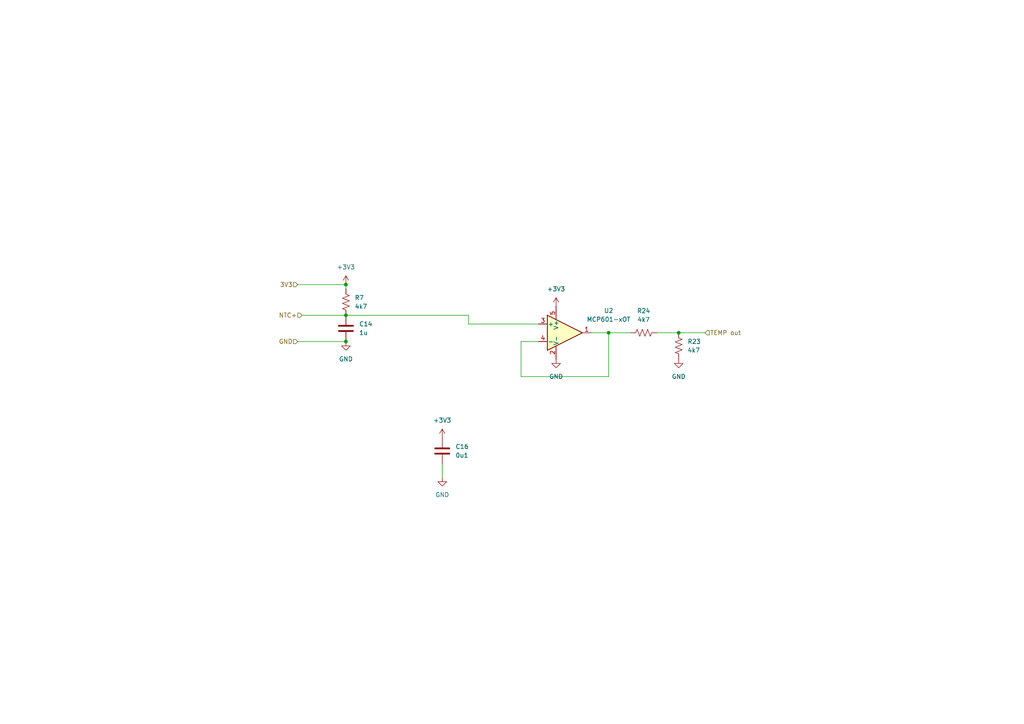
<source format=kicad_sch>
(kicad_sch (version 20250114) (generator "eeschema") (generator_version "9.0")
  (paper "A4")
  (lib_symbols
    (symbol "Amplifier_Operational:MCP601-xOT" (pin_names (offset 0.127))
      (property "Reference" "U" (at -1.27 6.35 0))
      (property "Value" "MCP601-xOT" (at -1.27 3.81 0))
      (symbol "MCP601-xOT_0_1"
        (polyline (pts (xy -5.08 5.08) (xy 5.08 0) (xy -5.08 -5.08) (xy -5.08 5.08)) (stroke (width 0.254)) (fill (type background)))
        (pin power_in line (at -2.54 7.62 270) (length 3.81) (name "V+") (number "5"))
        (pin power_in line (at -2.54 -7.62 90) (length 3.81) (name "V-") (number "2"))
      )
      (symbol "MCP601-xOT_1_1"
        (pin input line (at -7.62 2.54 0) (length 2.54) (name "+") (number "3"))
        (pin input line (at -7.62 -2.54 0) (length 2.54) (name "-") (number "4"))
        (pin output line (at 7.62 0 180) (length 2.54) (name "~") (number "1"))
      )
    )
    (symbol "Device:C" (pin_numbers (hide yes)) (pin_names (offset 0.254))
      (property "Reference" "C" (at 0.635 2.54 0))
      (property "Value" "C" (at 0.635 -2.54 0))
      (symbol "C_0_1"
        (polyline (pts (xy -2.032 0.762) (xy 2.032 0.762)) (stroke (width 0.508)))
        (polyline (pts (xy -2.032 -0.762) (xy 2.032 -0.762)) (stroke (width 0.508)))
      )
      (symbol "C_1_1"
        (pin passive line (at 0 3.81 270) (length 2.794) (name "~") (number "1"))
        (pin passive line (at 0 -3.81 90) (length 2.794) (name "~") (number "2"))
      )
    )
    (symbol "Device:R_US" (pin_numbers (hide yes)) (pin_names (offset 0))
      (property "Reference" "R" (at 2.54 0 90))
      (property "Value" "R_US" (at -2.54 0 90))
      (symbol "R_US_0_1"
        (polyline (pts (xy 0 2.286) (xy 0 2.54)))
        (polyline (pts (xy 0 2.286) (xy 1.016 1.905) (xy 0 1.524) (xy -1.016 1.143) (xy 0 0.762)))
        (polyline (pts (xy 0 0.762) (xy 1.016 0.381) (xy 0 0) (xy -1.016 -0.381) (xy 0 -0.762)))
        (polyline (pts (xy 0 -0.762) (xy 1.016 -1.143) (xy 0 -1.524) (xy -1.016 -1.905) (xy 0 -2.286)))
        (polyline (pts (xy 0 -2.286) (xy 0 -2.54)))
      )
      (symbol "R_US_1_1"
        (pin passive line (at 0 3.81 270) (length 1.27) (name "~") (number "1"))
        (pin passive line (at 0 -3.81 90) (length 1.27) (name "~") (number "2"))
      )
    )
    (symbol "power:+3V3" (power) (pin_numbers (hide yes)) (pin_names (offset 0) (hide yes))
      (property "Value" "+3V3" (at 0 3.556 0))
      (symbol "+3V3_0_1"
        (polyline (pts (xy -0.762 1.27) (xy 0 2.54)))
        (polyline (pts (xy 0 2.54) (xy 0.762 1.27)))
        (polyline (pts (xy 0 0) (xy 0 2.54)))
      )
      (symbol "+3V3_1_1"
        (pin power_in line (at 0 0 90) (length 0) (name "~") (number "1"))
      )
    )
    (symbol "power:GND" (power) (pin_numbers (hide yes)) (pin_names (offset 0) (hide yes))
      (property "Value" "GND" (at 0 -3.81 0))
      (symbol "GND_0_1"
        (polyline (pts (xy 0 0) (xy 0 -1.27) (xy 1.27 -1.27) (xy 0 -2.54) (xy -1.27 -1.27) (xy 0 -1.27)))
      )
      (symbol "GND_1_1"
        (pin power_in line (at 0 0 270) (length 0) (name "~") (number "1"))
      )
    )
  )
  (junction (at 100.33 99.06))
  (junction (at 196.85 96.52))
  (junction (at 100.33 91.44))
  (junction (at 176.53 96.52))
  (junction (at 100.33 82.55))
  (wire (pts (xy 100.33 82.55) (xy 100.33 83.82)))
  (wire (pts (xy 190.5 96.52) (xy 196.85 96.52)))
  (wire (pts (xy 176.53 96.52) (xy 171.45 96.52)))
  (wire (pts (xy 151.13 99.06) (xy 151.13 109.22)))
  (wire (pts (xy 151.13 109.22) (xy 176.53 109.22)))
  (wire (pts (xy 128.27 134.62) (xy 128.27 138.43)))
  (wire (pts (xy 135.89 91.44) (xy 135.89 93.98)))
  (wire (pts (xy 176.53 109.22) (xy 176.53 96.52)))
  (wire (pts (xy 87.63 91.44) (xy 100.33 91.44)))
  (wire (pts (xy 100.33 91.44) (xy 135.89 91.44)))
  (wire (pts (xy 196.85 96.52) (xy 204.47 96.52)))
  (wire (pts (xy 156.21 99.06) (xy 151.13 99.06)))
  (wire (pts (xy 135.89 93.98) (xy 156.21 93.98)))
  (wire (pts (xy 86.36 99.06) (xy 100.33 99.06)))
  (wire (pts (xy 86.36 82.55) (xy 100.33 82.55)))
  (wire (pts (xy 176.53 96.52) (xy 182.88 96.52)))
  (hierarchical_label "GND" (shape input) (at 86.36 99.06 180))
  (hierarchical_label "NTC+" (shape input) (at 87.63 91.44 180))
  (hierarchical_label "TEMP out" (shape input) (at 204.47 96.52 0))
  (hierarchical_label "3V3" (shape input) (at 86.36 82.55 180))
  (symbol (lib_id "power:+3V3") (at 128.27 127 0) (unit 1)
    (property "Reference" "#PWR061" (effects (hide yes)))
    (property "Value" "+3V3" (at 128.27 121.92 0))
    (property "Description" "Power symbol creates a global label with name \"+3V3\"" (effects (hide yes)))
  )
  (symbol (lib_id "Device:R_US") (at 196.85 100.33 0) (unit 1)
    (property "Reference" "R23" (at 199.39 99.0599 0) (effects (justify left)))
    (property "Value" "4k7" (at 199.39 101.5999 0) (effects (justify left)))
    (property "Footprint" "Resistor_SMD:R_0603_1608Metric_Pad0.98x0.95mm_HandSolder" (effects (hide yes)))
    (property "Description" "Resistor, US symbol" (effects (hide yes)))
  )
  (symbol (lib_id "power:+3V3") (at 161.29 88.9 0) (unit 1)
    (property "Reference" "#PWR026" (effects (hide yes)))
    (property "Value" "+3V3" (at 161.29 83.82 0))
    (property "Description" "Power symbol creates a global label with name \"+3V3\"" (effects (hide yes)))
  )
  (symbol (lib_id "Device:R_US") (at 186.69 96.52 90) (unit 1)
    (property "Reference" "R24" (at 186.69 90.17 90))
    (property "Value" "4k7" (at 186.69 92.71 90))
    (property "Footprint" "Resistor_SMD:R_0603_1608Metric_Pad0.98x0.95mm_HandSolder" (effects (hide yes)))
    (property "Description" "Resistor, US symbol" (effects (hide yes)))
  )
  (symbol (lib_id "power:+3V3") (at 100.33 82.55 0) (unit 1)
    (property "Reference" "#PWR025" (effects (hide yes)))
    (property "Value" "+3V3" (at 100.33 77.47 0))
    (property "Description" "Power symbol creates a global label with name \"+3V3\"" (effects (hide yes)))
  )
  (symbol (lib_id "Amplifier_Operational:MCP601-xOT") (at 163.83 96.52 0) (unit 1)
    (property "Reference" "U2" (at 176.53 90.0998 0))
    (property "Value" "MCP601-xOT" (at 176.53 92.6398 0))
    (property "Footprint" "Package_TO_SOT_SMD:SOT-23-5" (effects (hide yes)))
    (property "Datasheet" "http://ww1.microchip.com/downloads/en/DeviceDoc/21314g.pdf" (effects (hide yes)))
    (property "Description" "Single 2.7V to 6.0V Single Supply CMOS Op Amps, SOT-23-5" (effects (hide yes)))
  )
  (symbol (lib_id "power:GND") (at 128.27 138.43 0) (unit 1)
    (property "Reference" "#PWR062" (effects (hide yes)))
    (property "Value" "GND" (at 128.27 143.51 0))
    (property "Description" "Power symbol creates a global label with name \"GND\" , ground" (effects (hide yes)))
  )
  (symbol (lib_id "power:GND") (at 196.85 104.14 0) (unit 1)
    (property "Reference" "#PWR043" (effects (hide yes)))
    (property "Value" "GND" (at 196.85 109.22 0))
    (property "Description" "Power symbol creates a global label with name \"GND\" , ground" (effects (hide yes)))
  )
  (symbol (lib_id "Device:C") (at 128.27 130.81 0) (unit 1)
    (property "Reference" "C16" (at 132.08 129.5399 0) (effects (justify left)))
    (property "Value" "0u1" (at 132.08 132.0799 0) (effects (justify left)))
    (property "Footprint" "Capacitor_SMD:C_0603_1608Metric" (effects (hide yes)))
    (property "Description" "Unpolarized capacitor" (effects (hide yes)))
  )
  (symbol (lib_id "Device:R_US") (at 100.33 87.63 0) (unit 1)
    (property "Reference" "R7" (at 102.87 86.3599 0) (effects (justify left)))
    (property "Value" "4k7" (at 102.87 88.8999 0) (effects (justify left)))
    (property "Footprint" "Resistor_SMD:R_0603_1608Metric_Pad0.98x0.95mm_HandSolder" (effects (hide yes)))
    (property "Description" "Resistor, US symbol" (effects (hide yes)))
  )
  (symbol (lib_id "power:GND") (at 161.29 104.14 0) (unit 1)
    (property "Reference" "#PWR023" (effects (hide yes)))
    (property "Value" "GND" (at 161.29 109.22 0))
    (property "Description" "Power symbol creates a global label with name \"GND\" , ground" (effects (hide yes)))
  )
  (symbol (lib_id "power:GND") (at 100.33 99.06 0) (unit 1)
    (property "Reference" "#PWR024" (effects (hide yes)))
    (property "Value" "GND" (at 100.33 104.14 0))
    (property "Description" "Power symbol creates a global label with name \"GND\" , ground" (effects (hide yes)))
  )
  (symbol (lib_id "Device:C") (at 100.33 95.25 0) (unit 1)
    (property "Reference" "C14" (at 104.14 93.9799 0) (effects (justify left)))
    (property "Value" "1u" (at 104.14 96.5199 0) (effects (justify left)))
    (property "Footprint" "Capacitor_SMD:C_0603_1608Metric" (effects (hide yes)))
    (property "Description" "Unpolarized capacitor" (effects (hide yes)))
  )
)
</source>
